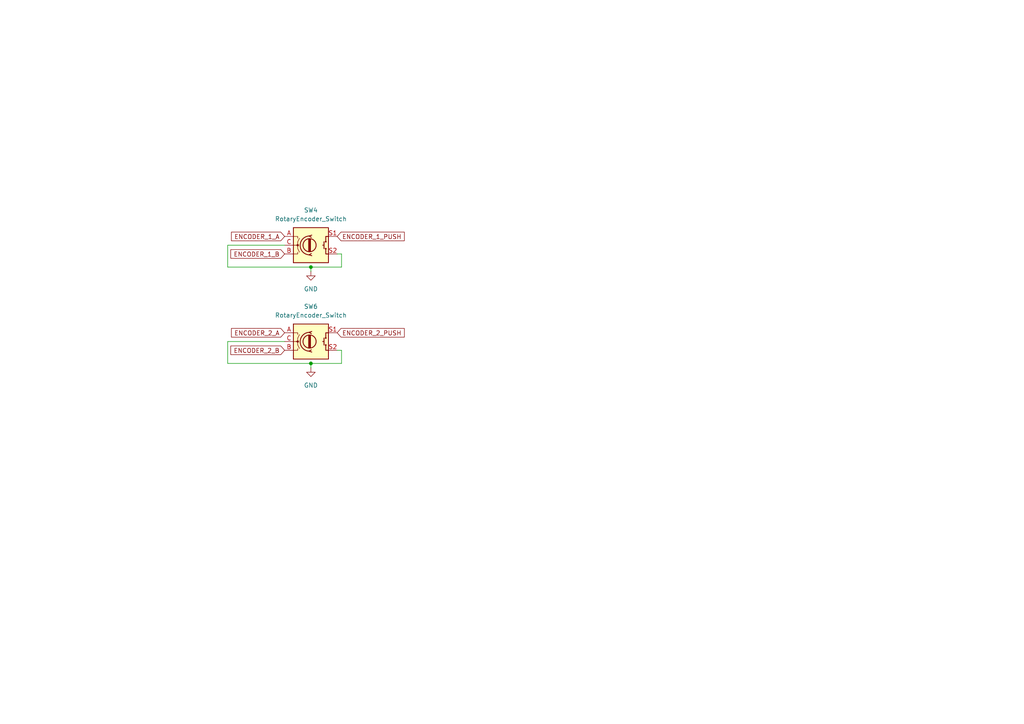
<source format=kicad_sch>
(kicad_sch (version 20250114) (generator "eeschema") (generator_version "9.0")
  (paper "A4")
  (lib_symbols
    (symbol "Device:RotaryEncoder_Switch" (pin_names (offset 0.254) (hide yes))
      (property "Reference" "SW" (at 0 6.604 0))
      (property "Value" "RotaryEncoder_Switch" (at 0 -6.604 0))
      (symbol "RotaryEncoder_Switch_0_1"
        (rectangle (start -5.08 5.08) (end 5.08 -5.08) (stroke (width 0.254)) (fill (type background)))
        (polyline (pts (xy -5.08 2.54) (xy -3.81 2.54) (xy -3.81 2.032)))
        (polyline (pts (xy -5.08 0) (xy -3.81 0) (xy -3.81 -1.016) (xy -3.302 -2.032)))
        (polyline (pts (xy -5.08 -2.54) (xy -3.81 -2.54) (xy -3.81 -2.032)))
        (polyline (pts (xy -4.318 0) (xy -3.81 0) (xy -3.81 1.016) (xy -3.302 2.032)))
        (circle (center -3.81 0) (radius 0.254) (fill (type outline)))
        (polyline (pts (xy -0.635 -1.778) (xy -0.635 1.778)) (stroke (width 0.254)))
        (circle (center -0.381 0) (radius 1.905) (stroke (width 0.254)))
        (polyline (pts (xy -0.381 -1.778) (xy -0.381 1.778)) (stroke (width 0.254)))
        (arc (start -0.381 -2.794) (mid -3.0988 -0.0635) (end -0.381 2.667) (stroke (width 0.254)))
        (polyline (pts (xy -0.127 1.778) (xy -0.127 -1.778)) (stroke (width 0.254)))
        (polyline (pts (xy 0.254 2.921) (xy -0.508 2.667) (xy 0.127 2.286)) (stroke (width 0.254)))
        (polyline (pts (xy 0.254 -3.048) (xy -0.508 -2.794) (xy 0.127 -2.413)) (stroke (width 0.254)))
        (polyline (pts (xy 3.81 1.016) (xy 3.81 -1.016)) (stroke (width 0.254)))
        (polyline (pts (xy 3.81 0) (xy 3.429 0)) (stroke (width 0.254)))
        (circle (center 4.318 1.016) (radius 0.127) (stroke (width 0.254)))
        (circle (center 4.318 -1.016) (radius 0.127) (stroke (width 0.254)))
        (polyline (pts (xy 5.08 2.54) (xy 4.318 2.54) (xy 4.318 1.016)) (stroke (width 0.254)))
        (polyline (pts (xy 5.08 -2.54) (xy 4.318 -2.54) (xy 4.318 -1.016)) (stroke (width 0.254)))
      )
      (symbol "RotaryEncoder_Switch_1_1"
        (pin passive line (at -7.62 2.54 0) (length 2.54) (name "A") (number "A"))
        (pin passive line (at -7.62 0 0) (length 2.54) (name "C") (number "C"))
        (pin passive line (at -7.62 -2.54 0) (length 2.54) (name "B") (number "B"))
        (pin passive line (at 7.62 2.54 180) (length 2.54) (name "S1") (number "S1"))
        (pin passive line (at 7.62 -2.54 180) (length 2.54) (name "S2") (number "S2"))
      )
    )
    (symbol "power:GND" (power) (pin_numbers (hide yes)) (pin_names (offset 0) (hide yes))
      (property "Value" "GND" (at 0 -3.81 0))
      (symbol "GND_0_1"
        (polyline (pts (xy 0 0) (xy 0 -1.27) (xy 1.27 -1.27) (xy 0 -2.54) (xy -1.27 -1.27) (xy 0 -1.27)))
      )
      (symbol "GND_1_1"
        (pin power_in line (at 0 0 270) (length 0) (name "~") (number "1"))
      )
    )
  )
  (junction (at 90.17 105.41))
  (junction (at 90.17 77.47))
  (wire (pts (xy 90.17 105.41) (xy 90.17 106.68)))
  (wire (pts (xy 82.55 99.06) (xy 66.04 99.06)))
  (wire (pts (xy 90.17 77.47) (xy 90.17 78.74)))
  (wire (pts (xy 82.55 71.12) (xy 66.04 71.12)))
  (wire (pts (xy 99.06 77.47) (xy 90.17 77.47)))
  (wire (pts (xy 66.04 71.12) (xy 66.04 77.47)))
  (wire (pts (xy 97.79 101.6) (xy 99.06 101.6)))
  (wire (pts (xy 99.06 73.66) (xy 99.06 77.47)))
  (wire (pts (xy 99.06 101.6) (xy 99.06 105.41)))
  (wire (pts (xy 97.79 73.66) (xy 99.06 73.66)))
  (wire (pts (xy 66.04 105.41) (xy 90.17 105.41)))
  (wire (pts (xy 66.04 77.47) (xy 90.17 77.47)))
  (wire (pts (xy 99.06 105.41) (xy 90.17 105.41)))
  (wire (pts (xy 66.04 99.06) (xy 66.04 105.41)))
  (global_label "ENCODER_1_B" (shape input) (at 82.55 73.66 180) (property "Intersheetrefs" "${INTERSHEET_REFS}" (effects (hide yes))))
  (global_label "ENCODER_2_PUSH" (shape input) (at 97.79 96.52 0) (property "Intersheetrefs" "${INTERSHEET_REFS}" (effects (hide yes))))
  (global_label "ENCODER_1_PUSH" (shape input) (at 97.79 68.58 0) (property "Intersheetrefs" "${INTERSHEET_REFS}" (effects (hide yes))))
  (global_label "ENCODER_2_B" (shape input) (at 82.55 101.6 180) (property "Intersheetrefs" "${INTERSHEET_REFS}" (effects (hide yes))))
  (global_label "ENCODER_2_A" (shape input) (at 82.55 96.52 180) (property "Intersheetrefs" "${INTERSHEET_REFS}" (effects (hide yes))))
  (global_label "ENCODER_1_A" (shape input) (at 82.55 68.58 180) (property "Intersheetrefs" "${INTERSHEET_REFS}" (effects (hide yes))))
  (symbol (lib_id "Device:RotaryEncoder_Switch") (at 90.17 71.12 0) (unit 1)
    (property "Reference" "SW11" (at 90.17 60.96 0))
    (property "Value" "RotaryEncoder_Switch" (at 90.17 63.5 0))
    (property "Description" "Rotary encoder, dual channel, incremental quadrate outputs, with switch" (effects (hide yes)))
    (instances (project "" (path "" (reference "SW4") (unit 1)) (path "" (reference "SW11") (unit 1))))
  )
  (symbol (lib_id "power:GND") (at 90.17 106.68 0) (unit 1)
    (property "Reference" "#PWR" (effects (hide yes)))
    (property "Value" "GND" (at 90.17 111.76 0))
    (property "Description" "Power symbol creates a global label with name \"GND\" , ground" (effects (hide yes)))
    (instances (project "Tome" (path "" (reference "#PWR094") (unit 1))))
  )
  (symbol (lib_id "power:GND") (at 90.17 78.74 0) (unit 1)
    (property "Reference" "#PWR" (effects (hide yes)))
    (property "Value" "GND" (at 90.17 83.82 0))
    (property "Description" "Power symbol creates a global label with name \"GND\" , ground" (effects (hide yes)))
    (instances (project "Tome" (path "" (reference "#PWR086") (unit 1))))
  )
  (symbol (lib_id "Device:RotaryEncoder_Switch") (at 90.17 99.06 0) (unit 1)
    (property "Reference" "SW12" (at 90.17 88.9 0))
    (property "Value" "RotaryEncoder_Switch" (at 90.17 91.44 0))
    (property "Description" "Rotary encoder, dual channel, incremental quadrate outputs, with switch" (effects (hide yes)))
    (instances (project "Tome" (path "" (reference "SW6") (unit 1)) (path "" (reference "SW12") (unit 1))))
  )
)
</source>
